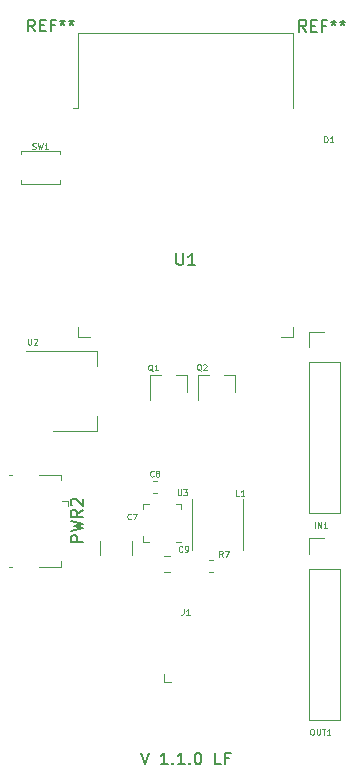
<source format=gto>
G04 #@! TF.GenerationSoftware,KiCad,Pcbnew,(5.1.9)-1*
G04 #@! TF.CreationDate,2021-01-17T23:25:33+08:00*
G04 #@! TF.ProjectId,esp-break,6573702d-6272-4656-916b-2e6b69636164,rev?*
G04 #@! TF.SameCoordinates,Original*
G04 #@! TF.FileFunction,Legend,Top*
G04 #@! TF.FilePolarity,Positive*
%FSLAX46Y46*%
G04 Gerber Fmt 4.6, Leading zero omitted, Abs format (unit mm)*
G04 Created by KiCad (PCBNEW (5.1.9)-1) date 2021-01-17 23:25:33*
%MOMM*%
%LPD*%
G01*
G04 APERTURE LIST*
%ADD10C,0.150000*%
%ADD11C,0.120000*%
%ADD12C,0.100000*%
%ADD13C,0.125000*%
G04 APERTURE END LIST*
D10*
X112778066Y-111720380D02*
X113111400Y-112720380D01*
X113444733Y-111720380D01*
X115063780Y-112720380D02*
X114492352Y-112720380D01*
X114778066Y-112720380D02*
X114778066Y-111720380D01*
X114682828Y-111863238D01*
X114587590Y-111958476D01*
X114492352Y-112006095D01*
X115492352Y-112625142D02*
X115539971Y-112672761D01*
X115492352Y-112720380D01*
X115444733Y-112672761D01*
X115492352Y-112625142D01*
X115492352Y-112720380D01*
X116492352Y-112720380D02*
X115920923Y-112720380D01*
X116206638Y-112720380D02*
X116206638Y-111720380D01*
X116111400Y-111863238D01*
X116016161Y-111958476D01*
X115920923Y-112006095D01*
X116920923Y-112625142D02*
X116968542Y-112672761D01*
X116920923Y-112720380D01*
X116873304Y-112672761D01*
X116920923Y-112625142D01*
X116920923Y-112720380D01*
X117587590Y-111720380D02*
X117682828Y-111720380D01*
X117778066Y-111768000D01*
X117825685Y-111815619D01*
X117873304Y-111910857D01*
X117920923Y-112101333D01*
X117920923Y-112339428D01*
X117873304Y-112529904D01*
X117825685Y-112625142D01*
X117778066Y-112672761D01*
X117682828Y-112720380D01*
X117587590Y-112720380D01*
X117492352Y-112672761D01*
X117444733Y-112625142D01*
X117397114Y-112529904D01*
X117349495Y-112339428D01*
X117349495Y-112101333D01*
X117397114Y-111910857D01*
X117444733Y-111815619D01*
X117492352Y-111768000D01*
X117587590Y-111720380D01*
X119587590Y-112720380D02*
X119111400Y-112720380D01*
X119111400Y-111720380D01*
X120254257Y-112196571D02*
X119920923Y-112196571D01*
X119920923Y-112720380D02*
X119920923Y-111720380D01*
X120397114Y-111720380D01*
D11*
X113797221Y-88690000D02*
X114122779Y-88690000D01*
X113797221Y-89710000D02*
X114122779Y-89710000D01*
X102617000Y-63575000D02*
X102617000Y-63275000D01*
X105917000Y-63575000D02*
X102617000Y-63575000D01*
X105917000Y-63275000D02*
X105917000Y-63575000D01*
X102617000Y-60775000D02*
X102617000Y-61075000D01*
X105917000Y-60775000D02*
X102617000Y-60775000D01*
X105917000Y-61075000D02*
X105917000Y-60775000D01*
X107455000Y-57180000D02*
X107075000Y-57180000D01*
X107455000Y-50760000D02*
X107455000Y-57180000D01*
X125695000Y-50760000D02*
X125695000Y-57180000D01*
X107455000Y-50760000D02*
X125695000Y-50760000D01*
X125695000Y-76505000D02*
X124695000Y-76505000D01*
X125695000Y-75725000D02*
X125695000Y-76505000D01*
X107455000Y-76505000D02*
X108455000Y-76505000D01*
X107455000Y-75725000D02*
X107455000Y-76505000D01*
X115356640Y-105717340D02*
X114721640Y-105717340D01*
X114721640Y-105717340D02*
X114721640Y-105082340D01*
X126990800Y-76089200D02*
X128320800Y-76089200D01*
X126990800Y-77419200D02*
X126990800Y-76089200D01*
X126990800Y-78689200D02*
X129650800Y-78689200D01*
X129650800Y-78689200D02*
X129650800Y-91449200D01*
X126990800Y-78689200D02*
X126990800Y-91449200D01*
X126990800Y-91449200D02*
X129650800Y-91449200D01*
X126990800Y-108949800D02*
X129650800Y-108949800D01*
X126990800Y-96189800D02*
X126990800Y-108949800D01*
X129650800Y-96189800D02*
X129650800Y-108949800D01*
X126990800Y-96189800D02*
X129650800Y-96189800D01*
X126990800Y-94919800D02*
X126990800Y-93589800D01*
X126990800Y-93589800D02*
X128320800Y-93589800D01*
X116718660Y-79735980D02*
X115788660Y-79735980D01*
X113558660Y-79735980D02*
X114488660Y-79735980D01*
X113558660Y-79735980D02*
X113558660Y-81895980D01*
X116718660Y-79735980D02*
X116718660Y-81195980D01*
X120806300Y-79712740D02*
X120806300Y-81172740D01*
X117646300Y-79712740D02*
X117646300Y-81872740D01*
X117646300Y-79712740D02*
X118576300Y-79712740D01*
X120806300Y-79712740D02*
X119876300Y-79712740D01*
D12*
X130510000Y-60925000D02*
G75*
G03*
X130510000Y-60925000I-50000J0D01*
G01*
D11*
X106604900Y-90375000D02*
X106154900Y-90375000D01*
X106604900Y-90375000D02*
X106604900Y-90825000D01*
X106054900Y-95975000D02*
X106054900Y-95525000D01*
X104204900Y-95975000D02*
X106054900Y-95975000D01*
X101654900Y-88175000D02*
X101904900Y-88175000D01*
X101654900Y-95975000D02*
X101904900Y-95975000D01*
X104204900Y-88175000D02*
X106054900Y-88175000D01*
X106054900Y-88175000D02*
X106054900Y-88625000D01*
X109340000Y-93797936D02*
X109340000Y-95002064D01*
X112060000Y-93797936D02*
X112060000Y-95002064D01*
X115258578Y-95040000D02*
X114741422Y-95040000D01*
X115258578Y-96460000D02*
X114741422Y-96460000D01*
X121454000Y-90246000D02*
X121454000Y-94554000D01*
X117146000Y-94554000D02*
X117146000Y-90246000D01*
X118587221Y-96460000D02*
X118912779Y-96460000D01*
X118587221Y-95440000D02*
X118912779Y-95440000D01*
X115735000Y-93860000D02*
X116210000Y-93860000D01*
X112990000Y-90640000D02*
X112990000Y-91115000D01*
X113465000Y-90640000D02*
X112990000Y-90640000D01*
X116210000Y-90640000D02*
X116210000Y-91115000D01*
X115735000Y-90640000D02*
X116210000Y-90640000D01*
X112990000Y-93860000D02*
X112990000Y-93385000D01*
X113465000Y-93860000D02*
X112990000Y-93860000D01*
X103110000Y-77690000D02*
X109120000Y-77690000D01*
X105360000Y-84510000D02*
X109120000Y-84510000D01*
X109120000Y-77690000D02*
X109120000Y-78950000D01*
X109120000Y-84510000D02*
X109120000Y-83250000D01*
D10*
X126784266Y-50681380D02*
X126450933Y-50205190D01*
X126212838Y-50681380D02*
X126212838Y-49681380D01*
X126593790Y-49681380D01*
X126689028Y-49729000D01*
X126736647Y-49776619D01*
X126784266Y-49871857D01*
X126784266Y-50014714D01*
X126736647Y-50109952D01*
X126689028Y-50157571D01*
X126593790Y-50205190D01*
X126212838Y-50205190D01*
X127212838Y-50157571D02*
X127546171Y-50157571D01*
X127689028Y-50681380D02*
X127212838Y-50681380D01*
X127212838Y-49681380D01*
X127689028Y-49681380D01*
X128450933Y-50157571D02*
X128117600Y-50157571D01*
X128117600Y-50681380D02*
X128117600Y-49681380D01*
X128593790Y-49681380D01*
X129117600Y-49681380D02*
X129117600Y-49919476D01*
X128879504Y-49824238D02*
X129117600Y-49919476D01*
X129355695Y-49824238D01*
X128974742Y-50109952D02*
X129117600Y-49919476D01*
X129260457Y-50109952D01*
X129879504Y-49681380D02*
X129879504Y-49919476D01*
X129641409Y-49824238D02*
X129879504Y-49919476D01*
X130117600Y-49824238D01*
X129736647Y-50109952D02*
X129879504Y-49919476D01*
X130022361Y-50109952D01*
X103822666Y-50655980D02*
X103489333Y-50179790D01*
X103251238Y-50655980D02*
X103251238Y-49655980D01*
X103632190Y-49655980D01*
X103727428Y-49703600D01*
X103775047Y-49751219D01*
X103822666Y-49846457D01*
X103822666Y-49989314D01*
X103775047Y-50084552D01*
X103727428Y-50132171D01*
X103632190Y-50179790D01*
X103251238Y-50179790D01*
X104251238Y-50132171D02*
X104584571Y-50132171D01*
X104727428Y-50655980D02*
X104251238Y-50655980D01*
X104251238Y-49655980D01*
X104727428Y-49655980D01*
X105489333Y-50132171D02*
X105156000Y-50132171D01*
X105156000Y-50655980D02*
X105156000Y-49655980D01*
X105632190Y-49655980D01*
X106156000Y-49655980D02*
X106156000Y-49894076D01*
X105917904Y-49798838D02*
X106156000Y-49894076D01*
X106394095Y-49798838D01*
X106013142Y-50084552D02*
X106156000Y-49894076D01*
X106298857Y-50084552D01*
X106917904Y-49655980D02*
X106917904Y-49894076D01*
X106679809Y-49798838D02*
X106917904Y-49894076D01*
X107156000Y-49798838D01*
X106775047Y-50084552D02*
X106917904Y-49894076D01*
X107060761Y-50084552D01*
D13*
X113876666Y-88316571D02*
X113852857Y-88340380D01*
X113781428Y-88364190D01*
X113733809Y-88364190D01*
X113662380Y-88340380D01*
X113614761Y-88292761D01*
X113590952Y-88245142D01*
X113567142Y-88149904D01*
X113567142Y-88078476D01*
X113590952Y-87983238D01*
X113614761Y-87935619D01*
X113662380Y-87888000D01*
X113733809Y-87864190D01*
X113781428Y-87864190D01*
X113852857Y-87888000D01*
X113876666Y-87911809D01*
X114162380Y-88078476D02*
X114114761Y-88054666D01*
X114090952Y-88030857D01*
X114067142Y-87983238D01*
X114067142Y-87959428D01*
X114090952Y-87911809D01*
X114114761Y-87888000D01*
X114162380Y-87864190D01*
X114257619Y-87864190D01*
X114305238Y-87888000D01*
X114329047Y-87911809D01*
X114352857Y-87959428D01*
X114352857Y-87983238D01*
X114329047Y-88030857D01*
X114305238Y-88054666D01*
X114257619Y-88078476D01*
X114162380Y-88078476D01*
X114114761Y-88102285D01*
X114090952Y-88126095D01*
X114067142Y-88173714D01*
X114067142Y-88268952D01*
X114090952Y-88316571D01*
X114114761Y-88340380D01*
X114162380Y-88364190D01*
X114257619Y-88364190D01*
X114305238Y-88340380D01*
X114329047Y-88316571D01*
X114352857Y-88268952D01*
X114352857Y-88173714D01*
X114329047Y-88126095D01*
X114305238Y-88102285D01*
X114257619Y-88078476D01*
X103600333Y-60599380D02*
X103671761Y-60623190D01*
X103790809Y-60623190D01*
X103838428Y-60599380D01*
X103862238Y-60575571D01*
X103886047Y-60527952D01*
X103886047Y-60480333D01*
X103862238Y-60432714D01*
X103838428Y-60408904D01*
X103790809Y-60385095D01*
X103695571Y-60361285D01*
X103647952Y-60337476D01*
X103624142Y-60313666D01*
X103600333Y-60266047D01*
X103600333Y-60218428D01*
X103624142Y-60170809D01*
X103647952Y-60147000D01*
X103695571Y-60123190D01*
X103814619Y-60123190D01*
X103886047Y-60147000D01*
X104052714Y-60123190D02*
X104171761Y-60623190D01*
X104267000Y-60266047D01*
X104362238Y-60623190D01*
X104481285Y-60123190D01*
X104933666Y-60623190D02*
X104647952Y-60623190D01*
X104790809Y-60623190D02*
X104790809Y-60123190D01*
X104743190Y-60194619D01*
X104695571Y-60242238D01*
X104647952Y-60266047D01*
D10*
X115813095Y-69430180D02*
X115813095Y-70239704D01*
X115860714Y-70334942D01*
X115908333Y-70382561D01*
X116003571Y-70430180D01*
X116194047Y-70430180D01*
X116289285Y-70382561D01*
X116336904Y-70334942D01*
X116384523Y-70239704D01*
X116384523Y-69430180D01*
X117384523Y-70430180D02*
X116813095Y-70430180D01*
X117098809Y-70430180D02*
X117098809Y-69430180D01*
X117003571Y-69573038D01*
X116908333Y-69668276D01*
X116813095Y-69715895D01*
D13*
X116419333Y-99548190D02*
X116419333Y-99905333D01*
X116395523Y-99976761D01*
X116347904Y-100024380D01*
X116276476Y-100048190D01*
X116228857Y-100048190D01*
X116919333Y-100048190D02*
X116633619Y-100048190D01*
X116776476Y-100048190D02*
X116776476Y-99548190D01*
X116728857Y-99619619D01*
X116681238Y-99667238D01*
X116633619Y-99691047D01*
X127541400Y-92732990D02*
X127541400Y-92232990D01*
X127779495Y-92732990D02*
X127779495Y-92232990D01*
X128065209Y-92732990D01*
X128065209Y-92232990D01*
X128565209Y-92732990D02*
X128279495Y-92732990D01*
X128422352Y-92732990D02*
X128422352Y-92232990D01*
X128374733Y-92304419D01*
X128327114Y-92352038D01*
X128279495Y-92375847D01*
X127252504Y-109708190D02*
X127347742Y-109708190D01*
X127395361Y-109732000D01*
X127442980Y-109779619D01*
X127466790Y-109874857D01*
X127466790Y-110041523D01*
X127442980Y-110136761D01*
X127395361Y-110184380D01*
X127347742Y-110208190D01*
X127252504Y-110208190D01*
X127204885Y-110184380D01*
X127157266Y-110136761D01*
X127133457Y-110041523D01*
X127133457Y-109874857D01*
X127157266Y-109779619D01*
X127204885Y-109732000D01*
X127252504Y-109708190D01*
X127681076Y-109708190D02*
X127681076Y-110112952D01*
X127704885Y-110160571D01*
X127728695Y-110184380D01*
X127776314Y-110208190D01*
X127871552Y-110208190D01*
X127919171Y-110184380D01*
X127942980Y-110160571D01*
X127966790Y-110112952D01*
X127966790Y-109708190D01*
X128133457Y-109708190D02*
X128419171Y-109708190D01*
X128276314Y-110208190D02*
X128276314Y-109708190D01*
X128847742Y-110208190D02*
X128562028Y-110208190D01*
X128704885Y-110208190D02*
X128704885Y-109708190D01*
X128657266Y-109779619D01*
X128609647Y-109827238D01*
X128562028Y-109851047D01*
X113795640Y-79414189D02*
X113748021Y-79390380D01*
X113700402Y-79342760D01*
X113628974Y-79271332D01*
X113581355Y-79247522D01*
X113533736Y-79247522D01*
X113557545Y-79366570D02*
X113509926Y-79342760D01*
X113462307Y-79295141D01*
X113438498Y-79199903D01*
X113438498Y-79033237D01*
X113462307Y-78937999D01*
X113509926Y-78890380D01*
X113557545Y-78866570D01*
X113652783Y-78866570D01*
X113700402Y-78890380D01*
X113748021Y-78937999D01*
X113771831Y-79033237D01*
X113771831Y-79199903D01*
X113748021Y-79295141D01*
X113700402Y-79342760D01*
X113652783Y-79366570D01*
X113557545Y-79366570D01*
X114248021Y-79366570D02*
X113962307Y-79366570D01*
X114105164Y-79366570D02*
X114105164Y-78866570D01*
X114057545Y-78937999D01*
X114009926Y-78985618D01*
X113962307Y-79009427D01*
X117908680Y-79400349D02*
X117861061Y-79376540D01*
X117813442Y-79328920D01*
X117742014Y-79257492D01*
X117694395Y-79233682D01*
X117646776Y-79233682D01*
X117670585Y-79352730D02*
X117622966Y-79328920D01*
X117575347Y-79281301D01*
X117551538Y-79186063D01*
X117551538Y-79019397D01*
X117575347Y-78924159D01*
X117622966Y-78876540D01*
X117670585Y-78852730D01*
X117765823Y-78852730D01*
X117813442Y-78876540D01*
X117861061Y-78924159D01*
X117884871Y-79019397D01*
X117884871Y-79186063D01*
X117861061Y-79281301D01*
X117813442Y-79328920D01*
X117765823Y-79352730D01*
X117670585Y-79352730D01*
X118075347Y-78900349D02*
X118099157Y-78876540D01*
X118146776Y-78852730D01*
X118265823Y-78852730D01*
X118313442Y-78876540D01*
X118337252Y-78900349D01*
X118361061Y-78947968D01*
X118361061Y-78995587D01*
X118337252Y-79067016D01*
X118051538Y-79352730D01*
X118361061Y-79352730D01*
X128330952Y-60051190D02*
X128330952Y-59551190D01*
X128450000Y-59551190D01*
X128521428Y-59575000D01*
X128569047Y-59622619D01*
X128592857Y-59670238D01*
X128616666Y-59765476D01*
X128616666Y-59836904D01*
X128592857Y-59932142D01*
X128569047Y-59979761D01*
X128521428Y-60027380D01*
X128450000Y-60051190D01*
X128330952Y-60051190D01*
X129092857Y-60051190D02*
X128807142Y-60051190D01*
X128950000Y-60051190D02*
X128950000Y-59551190D01*
X128902380Y-59622619D01*
X128854761Y-59670238D01*
X128807142Y-59694047D01*
D10*
X107857280Y-93884523D02*
X106857280Y-93884523D01*
X106857280Y-93503571D01*
X106904900Y-93408333D01*
X106952519Y-93360714D01*
X107047757Y-93313095D01*
X107190614Y-93313095D01*
X107285852Y-93360714D01*
X107333471Y-93408333D01*
X107381090Y-93503571D01*
X107381090Y-93884523D01*
X106857280Y-92979761D02*
X107857280Y-92741666D01*
X107142995Y-92551190D01*
X107857280Y-92360714D01*
X106857280Y-92122619D01*
X107857280Y-91170238D02*
X107381090Y-91503571D01*
X107857280Y-91741666D02*
X106857280Y-91741666D01*
X106857280Y-91360714D01*
X106904900Y-91265476D01*
X106952519Y-91217857D01*
X107047757Y-91170238D01*
X107190614Y-91170238D01*
X107285852Y-91217857D01*
X107333471Y-91265476D01*
X107381090Y-91360714D01*
X107381090Y-91741666D01*
X106952519Y-90789285D02*
X106904900Y-90741666D01*
X106857280Y-90646428D01*
X106857280Y-90408333D01*
X106904900Y-90313095D01*
X106952519Y-90265476D01*
X107047757Y-90217857D01*
X107142995Y-90217857D01*
X107285852Y-90265476D01*
X107857280Y-90836904D01*
X107857280Y-90217857D01*
D13*
X111966666Y-91928571D02*
X111942857Y-91952380D01*
X111871428Y-91976190D01*
X111823809Y-91976190D01*
X111752380Y-91952380D01*
X111704761Y-91904761D01*
X111680952Y-91857142D01*
X111657142Y-91761904D01*
X111657142Y-91690476D01*
X111680952Y-91595238D01*
X111704761Y-91547619D01*
X111752380Y-91500000D01*
X111823809Y-91476190D01*
X111871428Y-91476190D01*
X111942857Y-91500000D01*
X111966666Y-91523809D01*
X112133333Y-91476190D02*
X112466666Y-91476190D01*
X112252380Y-91976190D01*
X116316666Y-94678571D02*
X116292857Y-94702380D01*
X116221428Y-94726190D01*
X116173809Y-94726190D01*
X116102380Y-94702380D01*
X116054761Y-94654761D01*
X116030952Y-94607142D01*
X116007142Y-94511904D01*
X116007142Y-94440476D01*
X116030952Y-94345238D01*
X116054761Y-94297619D01*
X116102380Y-94250000D01*
X116173809Y-94226190D01*
X116221428Y-94226190D01*
X116292857Y-94250000D01*
X116316666Y-94273809D01*
X116554761Y-94726190D02*
X116650000Y-94726190D01*
X116697619Y-94702380D01*
X116721428Y-94678571D01*
X116769047Y-94607142D01*
X116792857Y-94511904D01*
X116792857Y-94321428D01*
X116769047Y-94273809D01*
X116745238Y-94250000D01*
X116697619Y-94226190D01*
X116602380Y-94226190D01*
X116554761Y-94250000D01*
X116530952Y-94273809D01*
X116507142Y-94321428D01*
X116507142Y-94440476D01*
X116530952Y-94488095D01*
X116554761Y-94511904D01*
X116602380Y-94535714D01*
X116697619Y-94535714D01*
X116745238Y-94511904D01*
X116769047Y-94488095D01*
X116792857Y-94440476D01*
X121116666Y-89976190D02*
X120878571Y-89976190D01*
X120878571Y-89476190D01*
X121545238Y-89976190D02*
X121259523Y-89976190D01*
X121402380Y-89976190D02*
X121402380Y-89476190D01*
X121354761Y-89547619D01*
X121307142Y-89595238D01*
X121259523Y-89619047D01*
X119716666Y-95126190D02*
X119550000Y-94888095D01*
X119430952Y-95126190D02*
X119430952Y-94626190D01*
X119621428Y-94626190D01*
X119669047Y-94650000D01*
X119692857Y-94673809D01*
X119716666Y-94721428D01*
X119716666Y-94792857D01*
X119692857Y-94840476D01*
X119669047Y-94864285D01*
X119621428Y-94888095D01*
X119430952Y-94888095D01*
X119883333Y-94626190D02*
X120216666Y-94626190D01*
X120002380Y-95126190D01*
X115919047Y-89426190D02*
X115919047Y-89830952D01*
X115942857Y-89878571D01*
X115966666Y-89902380D01*
X116014285Y-89926190D01*
X116109523Y-89926190D01*
X116157142Y-89902380D01*
X116180952Y-89878571D01*
X116204761Y-89830952D01*
X116204761Y-89426190D01*
X116395238Y-89426190D02*
X116704761Y-89426190D01*
X116538095Y-89616666D01*
X116609523Y-89616666D01*
X116657142Y-89640476D01*
X116680952Y-89664285D01*
X116704761Y-89711904D01*
X116704761Y-89830952D01*
X116680952Y-89878571D01*
X116657142Y-89902380D01*
X116609523Y-89926190D01*
X116466666Y-89926190D01*
X116419047Y-89902380D01*
X116395238Y-89878571D01*
X103251047Y-76688190D02*
X103251047Y-77092952D01*
X103274857Y-77140571D01*
X103298666Y-77164380D01*
X103346285Y-77188190D01*
X103441523Y-77188190D01*
X103489142Y-77164380D01*
X103512952Y-77140571D01*
X103536761Y-77092952D01*
X103536761Y-76688190D01*
X103751047Y-76735809D02*
X103774857Y-76712000D01*
X103822476Y-76688190D01*
X103941523Y-76688190D01*
X103989142Y-76712000D01*
X104012952Y-76735809D01*
X104036761Y-76783428D01*
X104036761Y-76831047D01*
X104012952Y-76902476D01*
X103727238Y-77188190D01*
X104036761Y-77188190D01*
M02*

</source>
